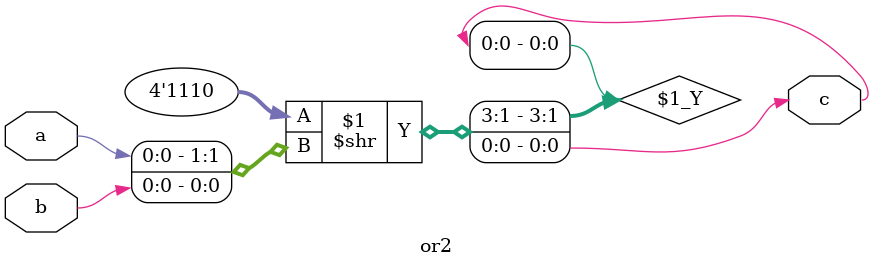
<source format=v>
/* Generated by Yosys 0.27+3 (git sha1 b58664d44, gcc 11.3.0-1ubuntu1~22.04 -fPIC -Os) */

module or2(a, b, c);
  input a;
  wire a;
  input b;
  wire b;
  output c;
  wire c;
  assign c = 4'he >> { a, b };
endmodule

</source>
